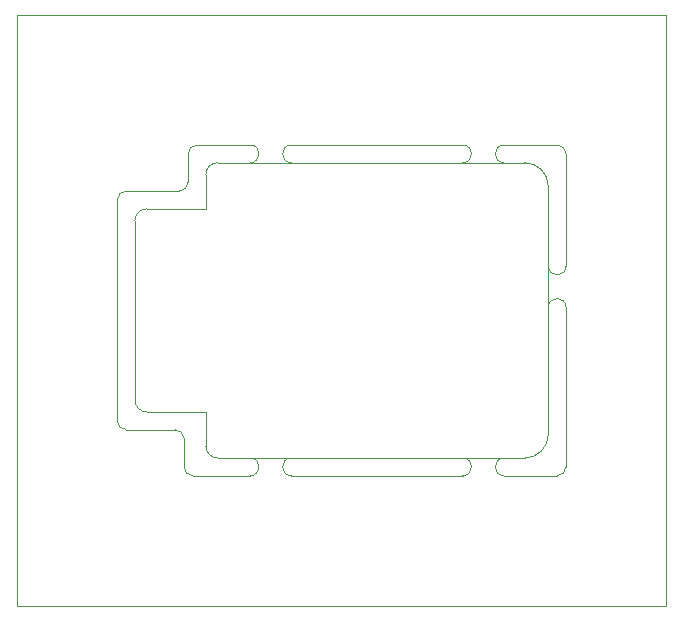
<source format=gbr>
%TF.GenerationSoftware,Altium Limited,Altium Designer,24.8.2 (39)*%
G04 Layer_Color=16711935*
%FSLAX45Y45*%
%MOMM*%
%TF.SameCoordinates,B03309B8-0E9A-45A2-8570-9956D1A1A338*%
%TF.FilePolarity,Positive*%
%TF.FileFunction,Keep-out,Top*%
%TF.Part,CustomerPanel*%
G01*
G75*
%TA.AperFunction,NonConductor*%
%ADD140C,0.10000*%
D140*
X4650000Y3825000D02*
G03*
X4575000Y3900000I-75000J0D01*
G01*
X4575000Y1100000D02*
G03*
X4650000Y1175000I0J75000D01*
G01*
X1415000Y1175000D02*
G03*
X1490000Y1100000I75000J-0D01*
G01*
X1415000Y1415000D02*
G03*
X1340000Y1490000I-75000J0D01*
G01*
X850000Y1565000D02*
G03*
X925000Y1490000I75000J-0D01*
G01*
X925000Y3510000D02*
G03*
X850000Y3435000I-0J-75000D01*
G01*
X1375000Y3510000D02*
G03*
X1450000Y3585000I0J75000D01*
G01*
X1525000Y3900000D02*
G03*
X1450000Y3825000I-0J-75000D01*
G01*
X2325000Y1250000D02*
G03*
X2325000Y1100000I0J-75000D01*
G01*
X1975000Y1100000D02*
G03*
X1975000Y1250001I0J75000D01*
G01*
X4125000Y1250000D02*
G03*
X4125000Y1100000I0J-75000D01*
G01*
X3775000Y1100000D02*
G03*
X3775000Y1250001I0J75000D01*
G01*
X4650000Y2525000D02*
G03*
X4500000Y2525000I-75000J0D01*
G01*
X4500000Y2875000D02*
G03*
X4650001Y2875000I75000J0D01*
G01*
X3775000Y3750000D02*
G03*
X3775000Y3900000I0J75000D01*
G01*
X4125000Y3900000D02*
G03*
X4125000Y3750000I0J-75000D01*
G01*
X2325000Y3900000D02*
G03*
X2325000Y3750000I0J-75000D01*
G01*
X1975000Y3750000D02*
G03*
X1975000Y3900000I0J75000D01*
G01*
X4500001Y3550000D02*
G03*
X4300001Y3750000I-200000J0D01*
G01*
Y1250000D02*
G03*
X4500001Y1450000I0J200000D01*
G01*
X1700001Y3750000D02*
G03*
X1600001Y3650000I0J-100000D01*
G01*
Y1350000D02*
G03*
X1700001Y1250000I100000J0D01*
G01*
X1100001Y3360000D02*
G03*
X1000001Y3260000I0J-100000D01*
G01*
Y1740000D02*
G03*
X1100001Y1640000I100000J0D01*
G01*
X1100001D02*
X1600000D01*
Y1350000D02*
Y1640000D01*
X1100001Y3360000D02*
X1600000D01*
Y3650000D01*
X4500000Y2525000D02*
X4500001Y1450000D01*
X4125000Y3750000D02*
X4300001D01*
X4500000Y3550000D02*
X4500000Y2875000D01*
X2325000Y3750000D02*
X3775000Y3750000D01*
X1700001Y1250000D02*
X1975000D01*
X1700001Y3750000D02*
X1975000D01*
X4125000Y1250000D02*
X4300000D01*
X4125000Y1100000D02*
X4575000D01*
X4650000Y1175000D02*
Y2524999D01*
X1415000Y1174724D02*
Y1415000D01*
X1489724Y1100000D02*
X1975000D01*
X925000Y1490000D02*
X1340000D01*
X850000Y1565000D02*
Y3435000D01*
X925000Y3510000D02*
X1375000D01*
X1450000Y3585000D02*
Y3825000D01*
X1525000Y3900000D02*
X1975000D01*
X4125001D02*
X4575000D01*
X4650000Y3825000D02*
X4650001Y2875000D01*
X2325000Y3900000D02*
X3775000D01*
X2915000Y1100000D02*
X3775000D01*
X2325000D02*
X2914999D01*
X2325000Y1250000D02*
X3775000Y1250000D01*
X1000001Y1740000D02*
Y3260000D01*
X-2Y4999995D02*
X5499998D01*
Y-5D02*
Y4999995D01*
X-2Y-5D02*
Y4999995D01*
Y-5D02*
X5499998D01*
X999999Y1739996D02*
G03*
X1099999Y1639996I100000J0D01*
G01*
Y3359996D02*
G03*
X999999Y3259996I0J-100000D01*
G01*
X1599999Y1349996D02*
G03*
X1699999Y1249996I100000J0D01*
G01*
Y3749996D02*
G03*
X1599999Y3649996I0J-100000D01*
G01*
X4299999Y1249995D02*
G03*
X4499999Y1449996I0J200000D01*
G01*
Y3549996D02*
G03*
X4299999Y3749996I-200000J0D01*
G01*
X999999Y1739996D02*
Y3259996D01*
X1599997Y1349996D02*
Y1639996D01*
X1099998D02*
X1599997D01*
Y3359996D02*
Y3649996D01*
X1099998Y3359996D02*
X1599997D01*
X4499999Y1449996D02*
Y3549996D01*
X1699997Y1249996D02*
X4299999D01*
X1699997Y3749996D02*
X4299999D01*
%TF.MD5,3edeb7f5c83c6fde994e09dfce4da72a*%
M02*

</source>
